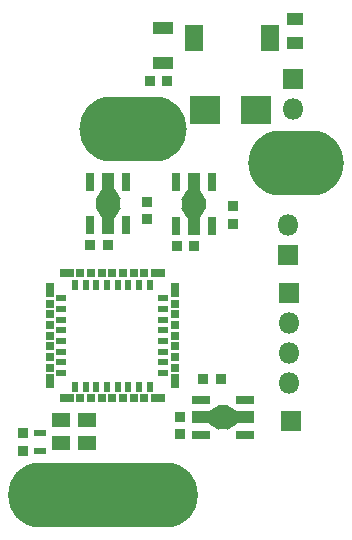
<source format=gts>
G04 #@! TF.FileFunction,Soldermask,Top*
%FSLAX46Y46*%
G04 Gerber Fmt 4.6, Leading zero omitted, Abs format (unit mm)*
G04 Created by KiCad (PCBNEW 4.0.6) date Thu Nov 16 07:28:37 2017*
%MOMM*%
%LPD*%
G01*
G04 APERTURE LIST*
%ADD10C,0.100000*%
%ADD11O,8.100000X5.500000*%
%ADD12O,16.100000X5.500000*%
%ADD13R,0.900000X0.850000*%
%ADD14R,1.350000X1.100000*%
%ADD15R,0.850000X0.900000*%
%ADD16R,1.700000X1.100000*%
%ADD17R,2.600000X2.400000*%
%ADD18R,1.800000X1.800000*%
%ADD19O,1.800000X1.800000*%
%ADD20R,1.600000X2.300000*%
%ADD21R,1.000000X0.600000*%
%ADD22R,0.800000X1.600000*%
%ADD23R,1.100000X1.600000*%
%ADD24R,2.100000X0.900000*%
%ADD25R,1.600000X0.800000*%
%ADD26R,1.600000X1.100000*%
%ADD27R,0.900000X2.100000*%
%ADD28R,0.600000X0.940000*%
%ADD29R,0.940000X0.600000*%
%ADD30R,0.750000X0.750000*%
%ADD31R,1.200000X0.750000*%
%ADD32R,0.750000X1.200000*%
%ADD33R,1.500000X1.300000*%
%ADD34O,9.100000X5.500000*%
G04 APERTURE END LIST*
D10*
D11*
X168800000Y-94400000D03*
D12*
X152500000Y-122500000D03*
D13*
X151400000Y-101400000D03*
X152900000Y-101400000D03*
X158700000Y-101450000D03*
X160200000Y-101450000D03*
X160950000Y-112750000D03*
X162450000Y-112750000D03*
D14*
X168750000Y-84250000D03*
X168750000Y-82250000D03*
D13*
X157900000Y-87500000D03*
X156400000Y-87500000D03*
D15*
X156200000Y-99200000D03*
X156200000Y-97700000D03*
X163450000Y-99600000D03*
X163450000Y-98100000D03*
X159000000Y-117400000D03*
X159000000Y-115900000D03*
D16*
X157550000Y-85950000D03*
X157550000Y-82950000D03*
D15*
X145700000Y-117300000D03*
X145700000Y-118800000D03*
D17*
X161100000Y-89950000D03*
X165400000Y-89950000D03*
D18*
X168550000Y-87300000D03*
D19*
X168550000Y-89840000D03*
D18*
X168150000Y-102190000D03*
D19*
X168150000Y-99650000D03*
D18*
X168250000Y-105400000D03*
D19*
X168250000Y-107940000D03*
X168250000Y-110480000D03*
X168250000Y-113020000D03*
D18*
X168350000Y-116300000D03*
D20*
X166600000Y-83800000D03*
X160200000Y-83800000D03*
D21*
X147100000Y-118800000D03*
X147100000Y-117300000D03*
D10*
G36*
X153950000Y-98200000D02*
X153450000Y-99050000D01*
X152350000Y-99050000D01*
X151850000Y-98200000D01*
X153950000Y-98200000D01*
X153950000Y-98200000D01*
G37*
D22*
X154400000Y-99700000D03*
X151400000Y-99700000D03*
X154400000Y-96000000D03*
D23*
X152900000Y-96000000D03*
D22*
X151400000Y-96000000D03*
D23*
X152900000Y-99700000D03*
D10*
G36*
X151850000Y-97500000D02*
X152350000Y-96650000D01*
X153450000Y-96650000D01*
X153950000Y-97500000D01*
X151850000Y-97500000D01*
X151850000Y-97500000D01*
G37*
D24*
X152900000Y-97850000D03*
D10*
G36*
X161200000Y-98250000D02*
X160700000Y-99100000D01*
X159600000Y-99100000D01*
X159100000Y-98250000D01*
X161200000Y-98250000D01*
X161200000Y-98250000D01*
G37*
D22*
X161650000Y-99750000D03*
X158650000Y-99750000D03*
X161650000Y-96050000D03*
D23*
X160150000Y-96050000D03*
D22*
X158650000Y-96050000D03*
D23*
X160150000Y-99750000D03*
D10*
G36*
X159100000Y-97550000D02*
X159600000Y-96700000D01*
X160700000Y-96700000D01*
X161200000Y-97550000D01*
X159100000Y-97550000D01*
X159100000Y-97550000D01*
G37*
D24*
X160150000Y-97900000D03*
D10*
G36*
X162250000Y-117000000D02*
X161400000Y-116500000D01*
X161400000Y-115400000D01*
X162250000Y-114900000D01*
X162250000Y-117000000D01*
X162250000Y-117000000D01*
G37*
D25*
X160750000Y-117450000D03*
X160750000Y-114450000D03*
X164450000Y-117450000D03*
D26*
X164450000Y-115950000D03*
D25*
X164450000Y-114450000D03*
D26*
X160750000Y-115950000D03*
D10*
G36*
X162950000Y-114900000D02*
X163800000Y-115400000D01*
X163800000Y-116500000D01*
X162950000Y-117000000D01*
X162950000Y-114900000D01*
X162950000Y-114900000D01*
G37*
D27*
X162600000Y-115950000D03*
D28*
X150100000Y-113350000D03*
X150100000Y-104730000D03*
X151000000Y-113350000D03*
X151000000Y-104730000D03*
X151900000Y-113350000D03*
X151900000Y-104730000D03*
X152800000Y-113350000D03*
X152800000Y-104730000D03*
X153700000Y-113350000D03*
X153700000Y-104730000D03*
X154600000Y-113350000D03*
X154600000Y-104730000D03*
X155500000Y-113350000D03*
X155500000Y-104730000D03*
X156400000Y-113350000D03*
X156400000Y-104730000D03*
D29*
X148940000Y-112190000D03*
X148940000Y-111290000D03*
X148940000Y-110390000D03*
X148940000Y-109490000D03*
X148940000Y-108590000D03*
X148940000Y-107690000D03*
X148940000Y-106790000D03*
X148940000Y-105890000D03*
X157560000Y-112190000D03*
X157560000Y-111290000D03*
X157560000Y-110390000D03*
X157560000Y-109490000D03*
X157560000Y-108590000D03*
X157560000Y-107690000D03*
X157560000Y-106790000D03*
X157560000Y-105890000D03*
D30*
X150550000Y-114345000D03*
X150550000Y-103735000D03*
X151450000Y-114345000D03*
X151450000Y-103735000D03*
X152350000Y-114345000D03*
X152350000Y-103735000D03*
X153250000Y-114345000D03*
X153250000Y-103735000D03*
X154150000Y-114345000D03*
X154150000Y-103735000D03*
X155050000Y-114345000D03*
X155050000Y-103735000D03*
X155950000Y-114345000D03*
X155950000Y-103735000D03*
X147945000Y-111740000D03*
X147945000Y-110840000D03*
X147945000Y-109940000D03*
X147945000Y-109040000D03*
X147945000Y-108140000D03*
X147945000Y-107240000D03*
X147945000Y-106340000D03*
X158555000Y-111740000D03*
X158555000Y-110840000D03*
X158555000Y-109940000D03*
X158555000Y-109040000D03*
X158555000Y-108140000D03*
X158555000Y-107240000D03*
X158555000Y-106340000D03*
D31*
X149420000Y-114345000D03*
X149420000Y-103735000D03*
X157080000Y-114345000D03*
X157080000Y-103735000D03*
D32*
X147945000Y-112870000D03*
X147945000Y-105210000D03*
X158555000Y-112870000D03*
X158555000Y-105210000D03*
D33*
X148900000Y-116200000D03*
X151100000Y-116200000D03*
X148900000Y-118100000D03*
X151100000Y-118100000D03*
D34*
X155000000Y-91500000D03*
M02*

</source>
